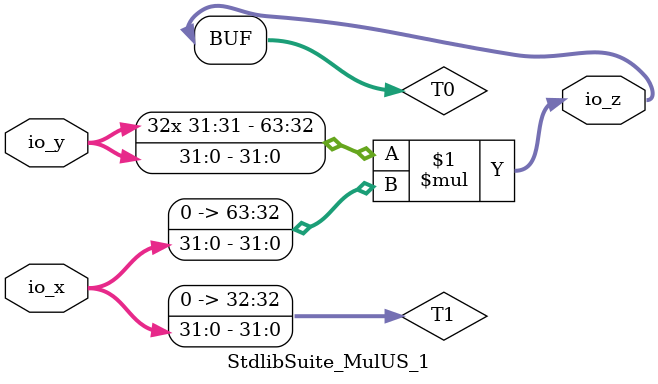
<source format=v>
module StdlibSuite_MulUS_1(
    input [31:0] io_x,
    input [31:0] io_y,
    output [63:0] io_z
);

  wire [63:0] T0;
  wire [32:0] T1;

  assign io_z = T0;
  assign T0 = $signed(io_y) * $signed(T1);
  assign T1 = {1'h0/* 0*/, io_x};
endmodule


</source>
